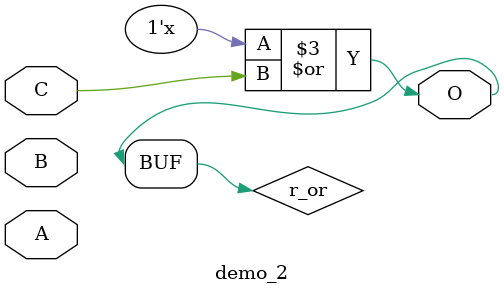
<source format=v>
`timescale 1ns / 1ns


module demo_2(A, B, C, O);

input A, B, C;
output O;

reg r_and, r_or;
assign O = r_or;

always @ (A, B, C) begin

//    r_and = A & B;
//    r_or = r_and | C;

    r_and <= A & B;
    r_or <= r_and | C;
end

endmodule

</source>
